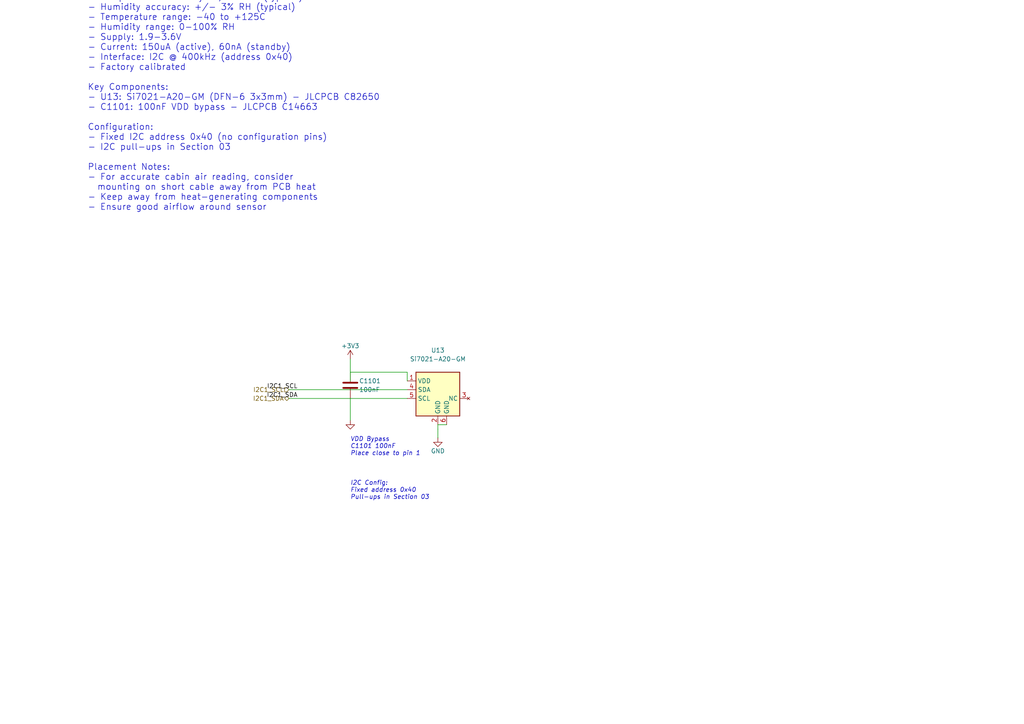
<source format=kicad_sch>
(kicad_sch (version 20231120) (generator "eeschema") (generator_version "8.0")
  (paper "A4")
  (title_block (title "Section 11: Temperature & Humidity") (date "2026-01-29") (rev "1.0") (company "IMSAFE Project") (comment 1 "Si7021-A20-GM Temperature/Humidity Sensor") (comment 2 "I2C address 0x40 (fixed)"))
  (lib_symbols
    (symbol "Device:C" (pin_numbers hide) (pin_names (offset 0.254))
      (property "Reference" "C" (at 0.635 2.54 0))
      (property "Value" "C" (at 0.635 -2.54 0))
      (symbol "C_0_1"
        (polyline (pts (xy -2.032 -0.762) (xy 2.032 -0.762)) (stroke (width 0.508)))
        (polyline (pts (xy -2.032 0.762) (xy 2.032 0.762)) (stroke (width 0.508)))
      )
      (symbol "C_1_1"
        (pin passive line (at 0 3.81 270) (length 2.794) (name "~") (number "1"))
        (pin passive line (at 0 -3.81 90) (length 2.794) (name "~") (number "2"))
      )
    )
    (symbol "power:GND" (power) (pin_numbers hide) (pin_names (offset 0) hide)
      (property "Value" "GND" (at 0 -3.81 0))
      (symbol "GND_0_1"
        (polyline (pts (xy 0 0) (xy 0 -1.27) (xy 1.27 -1.27) (xy 0 -2.54) (xy -1.27 -1.27) (xy 0 -1.27)))
      )
      (symbol "GND_1_1"
        (pin power_in line (at 0 0 270) (length 0) (name "GND") (number "1"))
      )
    )
    (symbol "power:+3V3" (power) (pin_numbers hide) (pin_names (offset 0) hide)
      (property "Value" "+3V3" (at 0 3.556 0))
      (symbol "+3V3_0_1"
        (polyline (pts (xy -0.762 1.27) (xy 0 2.54)))
        (polyline (pts (xy 0 0) (xy 0 2.54)))
        (polyline (pts (xy 0 2.54) (xy 0.762 1.27)))
      )
      (symbol "+3V3_1_1"
        (pin power_in line (at 0 0 90) (length 0) (name "+3V3") (number "1"))
      )
    )
    (symbol "Sensor:Si7021-A20"
      (property "Reference" "U" (at 0 10.16 0))
      (property "Value" "Si7021-A20" (at 0 7.62 0))
      (symbol "Si7021-A20_0_1"
        (rectangle (start -6.35 6.35) (end 6.35 -6.35) (stroke (width 0.254)) (fill (type background)))
      )
      (symbol "Si7021-A20_1_1"
        (pin power_in line (at -8.89 3.81 0) (length 2.54) (name "VDD") (number "1"))
        (pin power_in line (at 0 -8.89 90) (length 2.54) (name "GND") (number "2"))
        (pin no_connect line (at 8.89 -1.27 180) (length 2.54) (name "NC") (number "3"))
        (pin bidirectional line (at -8.89 1.27 0) (length 2.54) (name "SDA") (number "4"))
        (pin input line (at -8.89 -1.27 0) (length 2.54) (name "SCL") (number "5"))
        (pin power_in line (at 2.54 -8.89 90) (length 2.54) (name "GND") (number "6"))
      )
    )
  )
  (text "Si7021-A20-GM Temperature/Humidity Sensor\n\nSpecifications:\n- Temperature accuracy: +/- 0.4C (typical)\n- Humidity accuracy: +/- 3% RH (typical)\n- Temperature range: -40 to +125C\n- Humidity range: 0-100% RH\n- Supply: 1.9-3.6V\n- Current: 150uA (active), 60nA (standby)\n- Interface: I2C @ 400kHz (address 0x40)\n- Factory calibrated\n\nKey Components:\n- U13: Si7021-A20-GM (DFN-6 3x3mm) - JLCPCB C82650\n- C1101: 100nF VDD bypass - JLCPCB C14663\n\nConfiguration:\n- Fixed I2C address 0x40 (no configuration pins)\n- I2C pull-ups in Section 03\n\nPlacement Notes:\n- For accurate cabin air reading, consider\n  mounting on short cable away from PCB heat\n- Keep away from heat-generating components\n- Ensure good airflow around sensor" (at 25.4 25.4 0) (effects (font (size 1.8 1.8)) (justify left)))
  (symbol (lib_id "Sensor:Si7021-A20") (at 127 114.3 0) (unit 1)
    (property "Reference" "U13" (at 127 101.6 0))
    (property "Value" "Si7021-A20-GM" (at 127 104.14 0))
    (property "Footprint" "Package_DFN_QFN:DFN-6-1EP_3x3mm_P1mm_EP1.5x2.4mm" (effects hide))
    (property "Datasheet" "https://www.silabs.com/documents/public/data-sheets/Si7021-A20.pdf" (effects hide))
    (property "JLCPCB" "C82650" (effects hide))
  )
  (symbol (lib_id "Device:C") (at 101.6 111.76 0) (unit 1)
    (property "Reference" "C1101" (at 104.14 110.49 0) (effects (justify left)))
    (property "Value" "100nF" (at 104.14 113.03 0) (effects (justify left)))
    (property "Footprint" "Capacitor_SMD:C_0603_1608Metric" (effects hide))
    (property "JLCPCB" "C14663" (effects hide))
  )
  (symbol (lib_id "power:+3V3") (at 101.6 104.14 0) (unit 1)
    (property "Reference" "#PWR1101" (effects hide))
    (property "Value" "+3V3" (at 101.6 100.33 0))
  )
  (symbol (lib_id "power:GND") (at 127 127 0) (unit 1)
    (property "Reference" "#PWR1102" (effects hide))
    (property "Value" "GND" (at 127 130.81 0))
  )
  (symbol (lib_id "power:GND") (at 101.6 121.92 0) (unit 1)
    (property "Reference" "#PWR1103" (effects hide))
    (property "Value" "GND" (effects hide))
  )
  (wire (pts (xy 101.6 104.14) (xy 101.6 107.95)))
  (wire (pts (xy 101.6 107.95) (xy 101.6 110.49)))
  (wire (pts (xy 101.6 107.95) (xy 118.11 107.95)))
  (wire (pts (xy 118.11 107.95) (xy 118.11 110.49)))
  (wire (pts (xy 101.6 115.57) (xy 101.6 121.92)))
  (wire (pts (xy 127 123.19) (xy 127 124.46)))
  (wire (pts (xy 129.54 123.19) (xy 127 123.19)))
  (wire (pts (xy 127 124.46) (xy 127 127)))
  (wire (pts (xy 118.11 115.57) (xy 83.82 115.57)))
  (wire (pts (xy 118.11 113.03) (xy 83.82 113.03)))
  (label "I2C1_SDA" (at 86.36 115.57 180))
  (label "I2C1_SCL" (at 86.36 113.03 180))
  (hierarchical_label "I2C1_SDA" (shape bidirectional) (at 83.82 115.57 180))
  (hierarchical_label "I2C1_SCL" (shape input) (at 83.82 113.03 180))
  (text "VDD Bypass\nC1101 100nF\nPlace close to pin 1" (at 101.6 129.54 0) (effects (font (size 1.27 1.27) (italic yes)) (justify left)))
  (text "I2C Config:\nFixed address 0x40\nPull-ups in Section 03" (at 101.6 142.24 0) (effects (font (size 1.27 1.27) (italic yes)) (justify left)))
)
</source>
